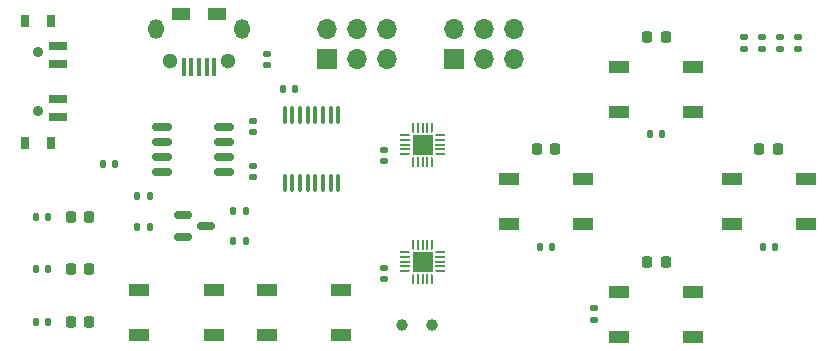
<source format=gts>
G04 #@! TF.GenerationSoftware,KiCad,Pcbnew,(6.0.10)*
G04 #@! TF.CreationDate,2023-01-18T01:33:26+01:00*
G04 #@! TF.ProjectId,hwpuzzle,68777075-7a7a-46c6-952e-6b696361645f,0.1*
G04 #@! TF.SameCoordinates,Original*
G04 #@! TF.FileFunction,Soldermask,Top*
G04 #@! TF.FilePolarity,Negative*
%FSLAX46Y46*%
G04 Gerber Fmt 4.6, Leading zero omitted, Abs format (unit mm)*
G04 Created by KiCad (PCBNEW (6.0.10)) date 2023-01-18 01:33:26*
%MOMM*%
%LPD*%
G01*
G04 APERTURE LIST*
G04 Aperture macros list*
%AMRoundRect*
0 Rectangle with rounded corners*
0 $1 Rounding radius*
0 $2 $3 $4 $5 $6 $7 $8 $9 X,Y pos of 4 corners*
0 Add a 4 corners polygon primitive as box body*
4,1,4,$2,$3,$4,$5,$6,$7,$8,$9,$2,$3,0*
0 Add four circle primitives for the rounded corners*
1,1,$1+$1,$2,$3*
1,1,$1+$1,$4,$5*
1,1,$1+$1,$6,$7*
1,1,$1+$1,$8,$9*
0 Add four rect primitives between the rounded corners*
20,1,$1+$1,$2,$3,$4,$5,0*
20,1,$1+$1,$4,$5,$6,$7,0*
20,1,$1+$1,$6,$7,$8,$9,0*
20,1,$1+$1,$8,$9,$2,$3,0*%
%AMFreePoly0*
4,1,14,0.334644,0.085355,0.385355,0.034644,0.400000,-0.000711,0.400000,-0.050000,0.385355,-0.085355,0.350000,-0.100000,-0.350000,-0.100000,-0.385355,-0.085355,-0.400000,-0.050000,-0.400000,0.050000,-0.385355,0.085355,-0.350000,0.100000,0.299289,0.100000,0.334644,0.085355,0.334644,0.085355,$1*%
%AMFreePoly1*
4,1,14,0.385355,0.085355,0.400000,0.050000,0.400000,0.000711,0.385355,-0.034644,0.334644,-0.085355,0.299289,-0.100000,-0.350000,-0.100000,-0.385355,-0.085355,-0.400000,-0.050000,-0.400000,0.050000,-0.385355,0.085355,-0.350000,0.100000,0.350000,0.100000,0.385355,0.085355,0.385355,0.085355,$1*%
%AMFreePoly2*
4,1,14,0.085355,0.385355,0.100000,0.350000,0.100000,-0.350000,0.085355,-0.385355,0.050000,-0.400000,-0.050000,-0.400000,-0.085355,-0.385355,-0.100000,-0.350000,-0.100000,0.299289,-0.085355,0.334644,-0.034644,0.385355,0.000711,0.400000,0.050000,0.400000,0.085355,0.385355,0.085355,0.385355,$1*%
%AMFreePoly3*
4,1,14,0.034644,0.385355,0.085355,0.334644,0.100000,0.299289,0.100000,-0.350000,0.085355,-0.385355,0.050000,-0.400000,-0.050000,-0.400000,-0.085355,-0.385355,-0.100000,-0.350000,-0.100000,0.350000,-0.085355,0.385355,-0.050000,0.400000,-0.000711,0.400000,0.034644,0.385355,0.034644,0.385355,$1*%
%AMFreePoly4*
4,1,14,0.385355,0.085355,0.400000,0.050000,0.400000,-0.050000,0.385355,-0.085355,0.350000,-0.100000,-0.299289,-0.100000,-0.334644,-0.085355,-0.385355,-0.034644,-0.400000,0.000711,-0.400000,0.050000,-0.385355,0.085355,-0.350000,0.100000,0.350000,0.100000,0.385355,0.085355,0.385355,0.085355,$1*%
%AMFreePoly5*
4,1,14,0.385355,0.085355,0.400000,0.050000,0.400000,-0.050000,0.385355,-0.085355,0.350000,-0.100000,-0.350000,-0.100000,-0.385355,-0.085355,-0.400000,-0.050000,-0.400000,-0.000711,-0.385355,0.034644,-0.334644,0.085355,-0.299289,0.100000,0.350000,0.100000,0.385355,0.085355,0.385355,0.085355,$1*%
%AMFreePoly6*
4,1,14,0.085355,0.385355,0.100000,0.350000,0.100000,-0.299289,0.085355,-0.334644,0.034644,-0.385355,-0.000711,-0.400000,-0.050000,-0.400000,-0.085355,-0.385355,-0.100000,-0.350000,-0.100000,0.350000,-0.085355,0.385355,-0.050000,0.400000,0.050000,0.400000,0.085355,0.385355,0.085355,0.385355,$1*%
%AMFreePoly7*
4,1,14,0.085355,0.385355,0.100000,0.350000,0.100000,-0.350000,0.085355,-0.385355,0.050000,-0.400000,0.000711,-0.400000,-0.034644,-0.385355,-0.085355,-0.334644,-0.100000,-0.299289,-0.100000,0.350000,-0.085355,0.385355,-0.050000,0.400000,0.050000,0.400000,0.085355,0.385355,0.085355,0.385355,$1*%
G04 Aperture macros list end*
%ADD10R,1.700000X1.000000*%
%ADD11RoundRect,0.218750X0.218750X0.256250X-0.218750X0.256250X-0.218750X-0.256250X0.218750X-0.256250X0*%
%ADD12RoundRect,0.135000X-0.135000X-0.185000X0.135000X-0.185000X0.135000X0.185000X-0.135000X0.185000X0*%
%ADD13RoundRect,0.140000X0.170000X-0.140000X0.170000X0.140000X-0.170000X0.140000X-0.170000X-0.140000X0*%
%ADD14RoundRect,0.218750X-0.218750X-0.256250X0.218750X-0.256250X0.218750X0.256250X-0.218750X0.256250X0*%
%ADD15RoundRect,0.135000X0.185000X-0.135000X0.185000X0.135000X-0.185000X0.135000X-0.185000X-0.135000X0*%
%ADD16RoundRect,0.135000X0.135000X0.185000X-0.135000X0.185000X-0.135000X-0.185000X0.135000X-0.185000X0*%
%ADD17C,1.000000*%
%ADD18R,0.400000X1.600000*%
%ADD19C,1.300000*%
%ADD20R,1.500000X1.000000*%
%ADD21O,1.300000X1.700000*%
%ADD22RoundRect,0.150000X-0.587500X-0.150000X0.587500X-0.150000X0.587500X0.150000X-0.587500X0.150000X0*%
%ADD23RoundRect,0.100000X0.100000X-0.637500X0.100000X0.637500X-0.100000X0.637500X-0.100000X-0.637500X0*%
%ADD24RoundRect,0.140000X-0.170000X0.140000X-0.170000X-0.140000X0.170000X-0.140000X0.170000X0.140000X0*%
%ADD25R,1.700000X1.700000*%
%ADD26O,1.700000X1.700000*%
%ADD27FreePoly0,0.000000*%
%ADD28RoundRect,0.050000X-0.350000X-0.050000X0.350000X-0.050000X0.350000X0.050000X-0.350000X0.050000X0*%
%ADD29FreePoly1,0.000000*%
%ADD30FreePoly2,0.000000*%
%ADD31RoundRect,0.050000X-0.050000X-0.350000X0.050000X-0.350000X0.050000X0.350000X-0.050000X0.350000X0*%
%ADD32FreePoly3,0.000000*%
%ADD33FreePoly4,0.000000*%
%ADD34FreePoly5,0.000000*%
%ADD35FreePoly6,0.000000*%
%ADD36FreePoly7,0.000000*%
%ADD37RoundRect,0.150000X-0.675000X-0.150000X0.675000X-0.150000X0.675000X0.150000X-0.675000X0.150000X0*%
%ADD38RoundRect,0.140000X-0.140000X-0.170000X0.140000X-0.170000X0.140000X0.170000X-0.140000X0.170000X0*%
%ADD39R,0.800000X1.000000*%
%ADD40C,0.900000*%
%ADD41R,1.500000X0.700000*%
G04 APERTURE END LIST*
D10*
X126975000Y-92588000D03*
X120675000Y-92588000D03*
X120675000Y-96388000D03*
X126975000Y-96388000D03*
D11*
X105640218Y-95250000D03*
X104065218Y-95250000D03*
D12*
X117854000Y-88392000D03*
X118874000Y-88392000D03*
D10*
X141173000Y-86995000D03*
X141173000Y-83195000D03*
X147473000Y-83195000D03*
X147473000Y-86995000D03*
D13*
X119465000Y-83030000D03*
X119465000Y-82070000D03*
D14*
X162382500Y-80650000D03*
X163957500Y-80650000D03*
D15*
X148336000Y-95130000D03*
X148336000Y-94110000D03*
D16*
X110746000Y-87248000D03*
X109726000Y-87248000D03*
D17*
X134620000Y-95504000D03*
D12*
X106805000Y-81915000D03*
X107825000Y-81915000D03*
D13*
X130556000Y-81633000D03*
X130556000Y-80673000D03*
D14*
X143535500Y-80650000D03*
X145110500Y-80650000D03*
D16*
X110746000Y-84584000D03*
X109726000Y-84584000D03*
D14*
X152857500Y-90175000D03*
X154432500Y-90175000D03*
D16*
X102187718Y-90805000D03*
X101167718Y-90805000D03*
D11*
X105640218Y-86360000D03*
X104065218Y-86360000D03*
D18*
X116235000Y-73701000D03*
X115585000Y-73701000D03*
X114935000Y-73701000D03*
X114285000Y-73701000D03*
X113635000Y-73701000D03*
D19*
X112510000Y-73181000D03*
X117360000Y-73181000D03*
D20*
X116435000Y-69201000D03*
X113435000Y-69201000D03*
D21*
X111310000Y-70501000D03*
X118560000Y-70501000D03*
D13*
X130556000Y-91638000D03*
X130556000Y-90678000D03*
D10*
X109880000Y-92588000D03*
X116180000Y-92588000D03*
X116180000Y-96388000D03*
X109880000Y-96388000D03*
D16*
X118874000Y-85852000D03*
X117854000Y-85852000D03*
D15*
X165608000Y-72136000D03*
X165608000Y-71116000D03*
X164084000Y-72138000D03*
X164084000Y-71118000D03*
D22*
X113616500Y-86172000D03*
X113616500Y-88072000D03*
X115491500Y-87122000D03*
D23*
X122185000Y-83507500D03*
X122835000Y-83507500D03*
X123485000Y-83507500D03*
X124135000Y-83507500D03*
X124785000Y-83507500D03*
X125435000Y-83507500D03*
X126085000Y-83507500D03*
X126735000Y-83507500D03*
X126735000Y-77782500D03*
X126085000Y-77782500D03*
X125435000Y-77782500D03*
X124785000Y-77782500D03*
X124135000Y-77782500D03*
X123485000Y-77782500D03*
X122835000Y-77782500D03*
X122185000Y-77782500D03*
D10*
X156795000Y-73670000D03*
X150495000Y-73670000D03*
X156795000Y-77470000D03*
X150495000Y-77470000D03*
X160020000Y-86995000D03*
X160020000Y-83195000D03*
X166320000Y-83195000D03*
X166320000Y-86995000D03*
D11*
X105640218Y-90805000D03*
X104065218Y-90805000D03*
D24*
X119465000Y-79220000D03*
X119465000Y-78260000D03*
D12*
X143813000Y-88905000D03*
X144833000Y-88905000D03*
D25*
X125730000Y-73025000D03*
D26*
X125730000Y-70485000D03*
X128270000Y-73025000D03*
X128270000Y-70485000D03*
X130810000Y-73025000D03*
X130810000Y-70485000D03*
D15*
X161036000Y-72136000D03*
X161036000Y-71116000D03*
D27*
X132408000Y-89370000D03*
D28*
X132408000Y-89770000D03*
X132408000Y-90170000D03*
X132408000Y-90570000D03*
D29*
X132408000Y-90970000D03*
D30*
X133058000Y-91620000D03*
D31*
X133458000Y-91620000D03*
X133858000Y-91620000D03*
X134258000Y-91620000D03*
D32*
X134658000Y-91620000D03*
D33*
X135308000Y-90970000D03*
D28*
X135308000Y-90570000D03*
X135308000Y-90170000D03*
X135308000Y-89770000D03*
D34*
X135308000Y-89370000D03*
D35*
X134658000Y-88720000D03*
D31*
X134258000Y-88720000D03*
X133858000Y-88720000D03*
X133458000Y-88720000D03*
D36*
X133058000Y-88720000D03*
D25*
X133858000Y-90170000D03*
D10*
X156795000Y-92720000D03*
X150495000Y-92720000D03*
X150495000Y-96520000D03*
X156795000Y-96520000D03*
D16*
X102187718Y-86360000D03*
X101167718Y-86360000D03*
D13*
X120650000Y-73505000D03*
X120650000Y-72545000D03*
D15*
X162560000Y-72136000D03*
X162560000Y-71116000D03*
D37*
X111760000Y-78740000D03*
X111760000Y-80010000D03*
X111760000Y-81280000D03*
X111760000Y-82550000D03*
X117010000Y-82550000D03*
X117010000Y-81280000D03*
X117010000Y-80010000D03*
X117010000Y-78740000D03*
D16*
X102187718Y-95250000D03*
X101167718Y-95250000D03*
D38*
X122075000Y-75565000D03*
X123035000Y-75565000D03*
D14*
X152857500Y-71125000D03*
X154432500Y-71125000D03*
D39*
X102380000Y-69780000D03*
D40*
X101270000Y-72430000D03*
X101270000Y-77430000D03*
D39*
X100170000Y-69780000D03*
X100170000Y-80080000D03*
X102380000Y-80080000D03*
D41*
X103030000Y-71930000D03*
X103030000Y-73430000D03*
X103030000Y-76430000D03*
X103030000Y-77930000D03*
D25*
X136540000Y-73030000D03*
D26*
X136540000Y-70490000D03*
X139080000Y-73030000D03*
X139080000Y-70490000D03*
X141620000Y-73030000D03*
X141620000Y-70490000D03*
D17*
X132080000Y-95504000D03*
D12*
X153135000Y-79380000D03*
X154155000Y-79380000D03*
D27*
X132408000Y-79464000D03*
D28*
X132408000Y-79864000D03*
X132408000Y-80264000D03*
X132408000Y-80664000D03*
D29*
X132408000Y-81064000D03*
D30*
X133058000Y-81714000D03*
D31*
X133458000Y-81714000D03*
X133858000Y-81714000D03*
X134258000Y-81714000D03*
D32*
X134658000Y-81714000D03*
D33*
X135308000Y-81064000D03*
D28*
X135308000Y-80664000D03*
X135308000Y-80264000D03*
X135308000Y-79864000D03*
D34*
X135308000Y-79464000D03*
D35*
X134658000Y-78814000D03*
D31*
X134258000Y-78814000D03*
X133858000Y-78814000D03*
X133458000Y-78814000D03*
D36*
X133058000Y-78814000D03*
D25*
X133858000Y-80264000D03*
D12*
X162660000Y-88905000D03*
X163680000Y-88905000D03*
M02*

</source>
